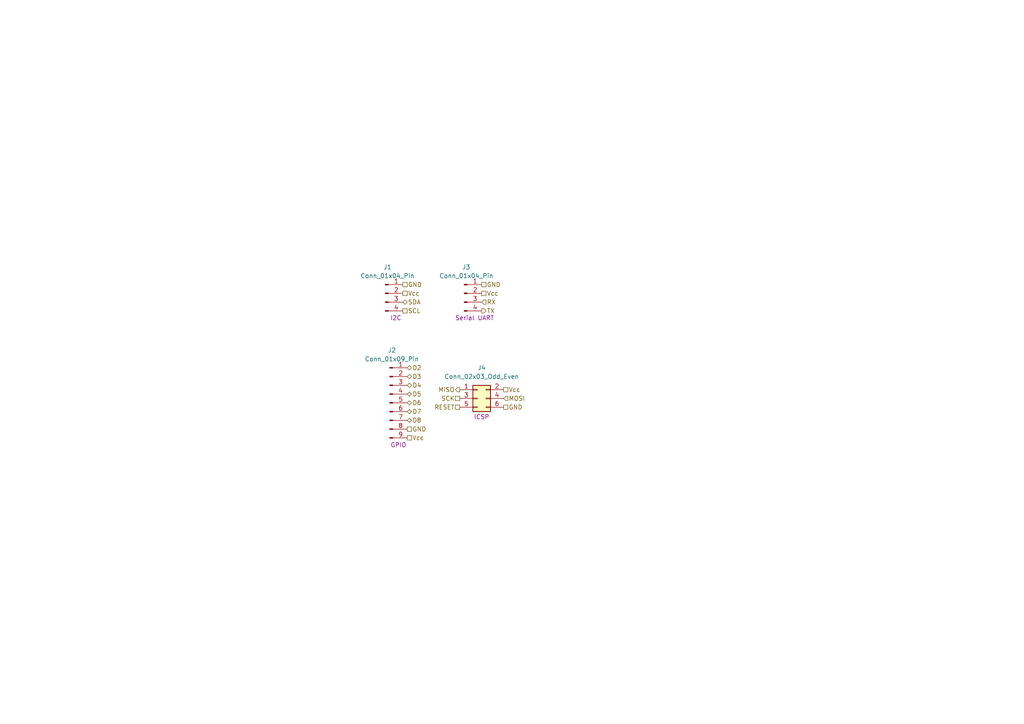
<source format=kicad_sch>
(kicad_sch (version 20250114) (generator "eeschema") (generator_version "9.0")
  (paper "A4")
  (lib_symbols
    (symbol "Connector:Conn_01x04_Pin" (pin_names (offset 1.016) (hide yes))
      (property "Reference" "J" (at 0 5.08 0))
      (property "Value" "Conn_01x04_Pin" (at 0 -7.62 0))
      (symbol "Conn_01x04_Pin_1_1"
        (rectangle (start 0.8636 2.667) (end 0 2.413) (stroke (width 0.1524)) (fill (type outline)))
        (rectangle (start 0.8636 0.127) (end 0 -0.127) (stroke (width 0.1524)) (fill (type outline)))
        (rectangle (start 0.8636 -2.413) (end 0 -2.667) (stroke (width 0.1524)) (fill (type outline)))
        (rectangle (start 0.8636 -4.953) (end 0 -5.207) (stroke (width 0.1524)) (fill (type outline)))
        (polyline (pts (xy 1.27 2.54) (xy 0.8636 2.54)) (stroke (width 0.1524)))
        (polyline (pts (xy 1.27 0) (xy 0.8636 0)) (stroke (width 0.1524)))
        (polyline (pts (xy 1.27 -2.54) (xy 0.8636 -2.54)) (stroke (width 0.1524)))
        (polyline (pts (xy 1.27 -5.08) (xy 0.8636 -5.08)) (stroke (width 0.1524)))
        (pin passive line (at 5.08 2.54 180) (length 3.81) (name "Pin_1") (number "1"))
        (pin passive line (at 5.08 0 180) (length 3.81) (name "Pin_2") (number "2"))
        (pin passive line (at 5.08 -2.54 180) (length 3.81) (name "Pin_3") (number "3"))
        (pin passive line (at 5.08 -5.08 180) (length 3.81) (name "Pin_4") (number "4"))
      )
    )
    (symbol "Connector:Conn_01x09_Pin" (pin_names (offset 1.016) (hide yes))
      (property "Reference" "J" (at 0 12.7 0))
      (property "Value" "Conn_01x09_Pin" (at 0 -12.7 0))
      (symbol "Conn_01x09_Pin_1_1"
        (rectangle (start 0.8636 10.287) (end 0 10.033) (stroke (width 0.1524)) (fill (type outline)))
        (rectangle (start 0.8636 7.747) (end 0 7.493) (stroke (width 0.1524)) (fill (type outline)))
        (rectangle (start 0.8636 5.207) (end 0 4.953) (stroke (width 0.1524)) (fill (type outline)))
        (rectangle (start 0.8636 2.667) (end 0 2.413) (stroke (width 0.1524)) (fill (type outline)))
        (rectangle (start 0.8636 0.127) (end 0 -0.127) (stroke (width 0.1524)) (fill (type outline)))
        (rectangle (start 0.8636 -2.413) (end 0 -2.667) (stroke (width 0.1524)) (fill (type outline)))
        (rectangle (start 0.8636 -4.953) (end 0 -5.207) (stroke (width 0.1524)) (fill (type outline)))
        (rectangle (start 0.8636 -7.493) (end 0 -7.747) (stroke (width 0.1524)) (fill (type outline)))
        (rectangle (start 0.8636 -10.033) (end 0 -10.287) (stroke (width 0.1524)) (fill (type outline)))
        (polyline (pts (xy 1.27 10.16) (xy 0.8636 10.16)) (stroke (width 0.1524)))
        (polyline (pts (xy 1.27 7.62) (xy 0.8636 7.62)) (stroke (width 0.1524)))
        (polyline (pts (xy 1.27 5.08) (xy 0.8636 5.08)) (stroke (width 0.1524)))
        (polyline (pts (xy 1.27 2.54) (xy 0.8636 2.54)) (stroke (width 0.1524)))
        (polyline (pts (xy 1.27 0) (xy 0.8636 0)) (stroke (width 0.1524)))
        (polyline (pts (xy 1.27 -2.54) (xy 0.8636 -2.54)) (stroke (width 0.1524)))
        (polyline (pts (xy 1.27 -5.08) (xy 0.8636 -5.08)) (stroke (width 0.1524)))
        (polyline (pts (xy 1.27 -7.62) (xy 0.8636 -7.62)) (stroke (width 0.1524)))
        (polyline (pts (xy 1.27 -10.16) (xy 0.8636 -10.16)) (stroke (width 0.1524)))
        (pin passive line (at 5.08 10.16 180) (length 3.81) (name "Pin_1") (number "1"))
        (pin passive line (at 5.08 7.62 180) (length 3.81) (name "Pin_2") (number "2"))
        (pin passive line (at 5.08 5.08 180) (length 3.81) (name "Pin_3") (number "3"))
        (pin passive line (at 5.08 2.54 180) (length 3.81) (name "Pin_4") (number "4"))
        (pin passive line (at 5.08 0 180) (length 3.81) (name "Pin_5") (number "5"))
        (pin passive line (at 5.08 -2.54 180) (length 3.81) (name "Pin_6") (number "6"))
        (pin passive line (at 5.08 -5.08 180) (length 3.81) (name "Pin_7") (number "7"))
        (pin passive line (at 5.08 -7.62 180) (length 3.81) (name "Pin_8") (number "8"))
        (pin passive line (at 5.08 -10.16 180) (length 3.81) (name "Pin_9") (number "9"))
      )
    )
    (symbol "Connector_Generic:Conn_02x03_Odd_Even" (pin_names (offset 1.016) (hide yes))
      (property "Reference" "J" (at 1.27 5.08 0))
      (property "Value" "Conn_02x03_Odd_Even" (at 1.27 -5.08 0))
      (symbol "Conn_02x03_Odd_Even_1_1"
        (rectangle (start -1.27 3.81) (end 3.81 -3.81) (stroke (width 0.254)) (fill (type background)))
        (rectangle (start -1.27 2.667) (end 0 2.413) (stroke (width 0.1524)))
        (rectangle (start -1.27 0.127) (end 0 -0.127) (stroke (width 0.1524)))
        (rectangle (start -1.27 -2.413) (end 0 -2.667) (stroke (width 0.1524)))
        (rectangle (start 3.81 2.667) (end 2.54 2.413) (stroke (width 0.1524)))
        (rectangle (start 3.81 0.127) (end 2.54 -0.127) (stroke (width 0.1524)))
        (rectangle (start 3.81 -2.413) (end 2.54 -2.667) (stroke (width 0.1524)))
        (pin passive line (at -5.08 2.54 0) (length 3.81) (name "Pin_1") (number "1"))
        (pin passive line (at -5.08 0 0) (length 3.81) (name "Pin_3") (number "3"))
        (pin passive line (at -5.08 -2.54 0) (length 3.81) (name "Pin_5") (number "5"))
        (pin passive line (at 7.62 2.54 180) (length 3.81) (name "Pin_2") (number "2"))
        (pin passive line (at 7.62 0 180) (length 3.81) (name "Pin_4") (number "4"))
        (pin passive line (at 7.62 -2.54 180) (length 3.81) (name "Pin_6") (number "6"))
      )
    )
  )
  (hierarchical_label "SCK" (shape passive) (at 133.35 115.57 180))
  (hierarchical_label "D7" (shape bidirectional) (at 118.11 119.38 0))
  (hierarchical_label "GND" (shape passive) (at 116.84 82.55 0))
  (hierarchical_label "D2" (shape bidirectional) (at 118.11 106.68 0))
  (hierarchical_label "Vcc" (shape passive) (at 146.05 113.03 0))
  (hierarchical_label "GND" (shape passive) (at 139.7 82.55 0))
  (hierarchical_label "GND" (shape passive) (at 146.05 118.11 0))
  (hierarchical_label "GND" (shape passive) (at 118.11 124.46 0))
  (hierarchical_label "D8" (shape bidirectional) (at 118.11 121.92 0))
  (hierarchical_label "SCL" (shape passive) (at 116.84 90.17 0))
  (hierarchical_label "D3" (shape bidirectional) (at 118.11 109.22 0))
  (hierarchical_label "Vcc" (shape passive) (at 139.7 85.09 0))
  (hierarchical_label "SDA" (shape bidirectional) (at 116.84 87.63 0))
  (hierarchical_label "D6" (shape bidirectional) (at 118.11 116.84 0))
  (hierarchical_label "TX" (shape output) (at 139.7 90.17 0))
  (hierarchical_label "Vcc" (shape passive) (at 116.84 85.09 0))
  (hierarchical_label "D5" (shape bidirectional) (at 118.11 114.3 0))
  (hierarchical_label "Vcc" (shape passive) (at 118.11 127 0))
  (hierarchical_label "RESET" (shape passive) (at 133.35 118.11 180))
  (hierarchical_label "RX" (shape input) (at 139.7 87.63 0))
  (hierarchical_label "MISO" (shape output) (at 133.35 113.03 180))
  (hierarchical_label "MOSI" (shape input) (at 146.05 115.57 0))
  (hierarchical_label "D4" (shape bidirectional) (at 118.11 111.76 0))
  (symbol (lib_id "Connector:Conn_01x09_Pin") (at 113.03 116.84 0) (unit 1)
    (property "Reference" "J2" (at 113.665 101.6 0))
    (property "Value" "Conn_01x09_Pin" (at 113.665 104.14 0))
    (property "Footprint" "Connector_PinHeader_2.54mm:PinHeader_1x09_P2.54mm_Vertical" (effects (hide yes)))
    (property "Description" "Generic connector, single row, 01x09, script generated" (effects (hide yes)))
    (property "Purpose" "GPIO" (at 115.57 129.032 0))
  )
  (symbol (lib_id "Connector_Generic:Conn_02x03_Odd_Even") (at 138.43 115.57 0) (unit 1)
    (property "Reference" "J4" (at 139.7 106.68 0))
    (property "Value" "Conn_02x03_Odd_Even" (at 139.7 109.22 0))
    (property "Footprint" "Connector_PinHeader_2.54mm:PinHeader_2x03_P2.54mm_Vertical" (effects (hide yes)))
    (property "Description" "Generic connector, double row, 02x03, odd/even pin numbering scheme (row 1 odd numbers, row 2 even numbers), script generated (kicad-library-utils/schlib/autogen/connector/)" (effects (hide yes)))
    (property "Purpose" "ICSP" (at 139.7 120.904 0))
  )
  (symbol (lib_id "Connector:Conn_01x04_Pin") (at 111.76 85.09 0) (unit 1)
    (property "Reference" "J1" (at 112.395 77.47 0))
    (property "Value" "Conn_01x04_Pin" (at 112.395 80.01 0))
    (property "Footprint" "Connector_PinHeader_2.54mm:PinHeader_1x04_P2.54mm_Vertical" (effects (hide yes)))
    (property "Description" "Generic connector, single row, 01x04, script generated" (effects (hide yes)))
    (property "Purpose" "I2C" (at 114.808 92.202 0))
  )
  (symbol (lib_id "Connector:Conn_01x04_Pin") (at 134.62 85.09 0) (unit 1)
    (property "Reference" "J3" (at 135.255 77.47 0))
    (property "Value" "Conn_01x04_Pin" (at 135.255 80.01 0))
    (property "Footprint" "Connector_PinHeader_2.54mm:PinHeader_1x04_P2.54mm_Vertical" (effects (hide yes)))
    (property "Description" "Generic connector, single row, 01x04, script generated" (effects (hide yes)))
    (property "Purpose" "Serial UART" (at 137.668 92.202 0))
  )
)
</source>
